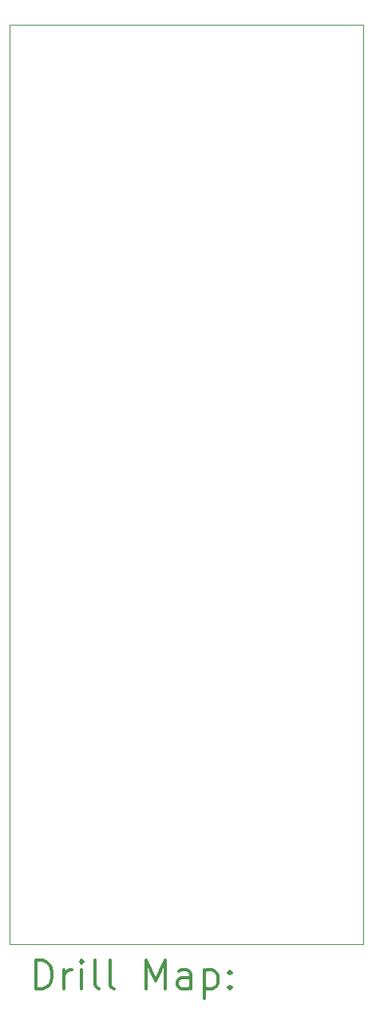
<source format=gbr>
%FSLAX45Y45*%
G04 Gerber Fmt 4.5, Leading zero omitted, Abs format (unit mm)*
G04 Created by KiCad (PCBNEW 5.1.10) date 2021-06-26 04:08:08*
%MOMM*%
%LPD*%
G01*
G04 APERTURE LIST*
%TA.AperFunction,Profile*%
%ADD10C,0.100000*%
%TD*%
%ADD11C,0.200000*%
%ADD12C,0.300000*%
G04 APERTURE END LIST*
D10*
X3750000Y-13000000D02*
X3750000Y-3250000D01*
X7500000Y-13000000D02*
X3750000Y-13000000D01*
X7500000Y-3250000D02*
X7500000Y-13000000D01*
X3750000Y-3250000D02*
X7500000Y-3250000D01*
D11*
D12*
X4031428Y-13470714D02*
X4031428Y-13170714D01*
X4102857Y-13170714D01*
X4145714Y-13185000D01*
X4174286Y-13213571D01*
X4188571Y-13242143D01*
X4202857Y-13299286D01*
X4202857Y-13342143D01*
X4188571Y-13399286D01*
X4174286Y-13427857D01*
X4145714Y-13456429D01*
X4102857Y-13470714D01*
X4031428Y-13470714D01*
X4331428Y-13470714D02*
X4331428Y-13270714D01*
X4331428Y-13327857D02*
X4345714Y-13299286D01*
X4360000Y-13285000D01*
X4388571Y-13270714D01*
X4417143Y-13270714D01*
X4517143Y-13470714D02*
X4517143Y-13270714D01*
X4517143Y-13170714D02*
X4502857Y-13185000D01*
X4517143Y-13199286D01*
X4531428Y-13185000D01*
X4517143Y-13170714D01*
X4517143Y-13199286D01*
X4702857Y-13470714D02*
X4674286Y-13456429D01*
X4660000Y-13427857D01*
X4660000Y-13170714D01*
X4860000Y-13470714D02*
X4831428Y-13456429D01*
X4817143Y-13427857D01*
X4817143Y-13170714D01*
X5202857Y-13470714D02*
X5202857Y-13170714D01*
X5302857Y-13385000D01*
X5402857Y-13170714D01*
X5402857Y-13470714D01*
X5674286Y-13470714D02*
X5674286Y-13313571D01*
X5660000Y-13285000D01*
X5631428Y-13270714D01*
X5574286Y-13270714D01*
X5545714Y-13285000D01*
X5674286Y-13456429D02*
X5645714Y-13470714D01*
X5574286Y-13470714D01*
X5545714Y-13456429D01*
X5531428Y-13427857D01*
X5531428Y-13399286D01*
X5545714Y-13370714D01*
X5574286Y-13356429D01*
X5645714Y-13356429D01*
X5674286Y-13342143D01*
X5817143Y-13270714D02*
X5817143Y-13570714D01*
X5817143Y-13285000D02*
X5845714Y-13270714D01*
X5902857Y-13270714D01*
X5931428Y-13285000D01*
X5945714Y-13299286D01*
X5960000Y-13327857D01*
X5960000Y-13413571D01*
X5945714Y-13442143D01*
X5931428Y-13456429D01*
X5902857Y-13470714D01*
X5845714Y-13470714D01*
X5817143Y-13456429D01*
X6088571Y-13442143D02*
X6102857Y-13456429D01*
X6088571Y-13470714D01*
X6074286Y-13456429D01*
X6088571Y-13442143D01*
X6088571Y-13470714D01*
X6088571Y-13285000D02*
X6102857Y-13299286D01*
X6088571Y-13313571D01*
X6074286Y-13299286D01*
X6088571Y-13285000D01*
X6088571Y-13313571D01*
M02*

</source>
